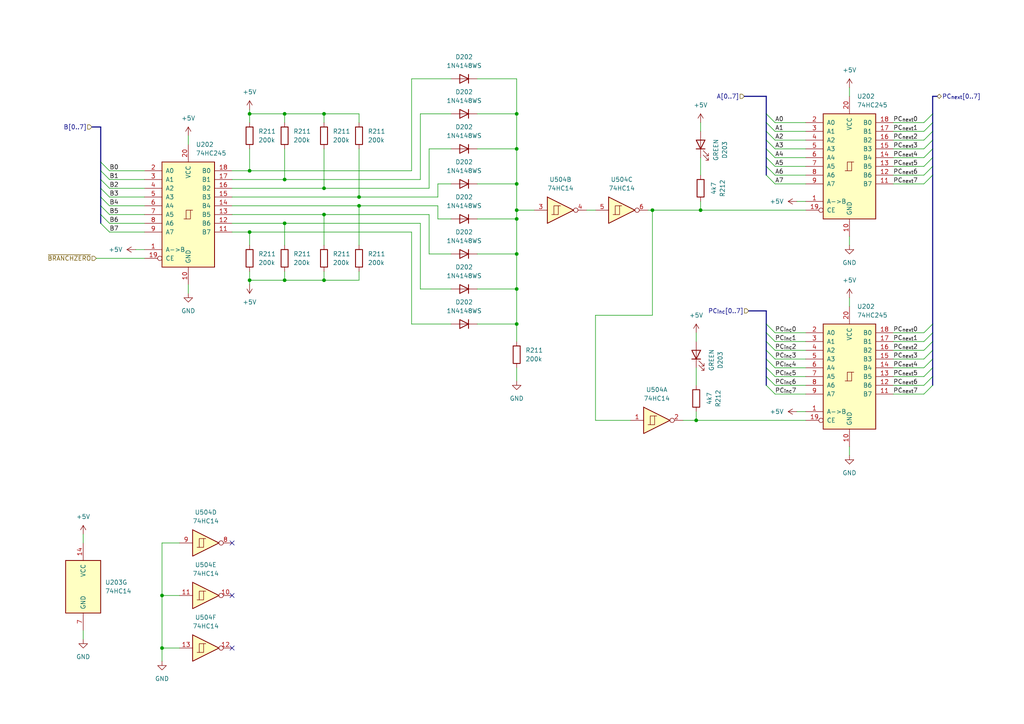
<source format=kicad_sch>
(kicad_sch (version 20230121) (generator eeschema)
  (paper "A4")
  (lib_symbols
    (symbol "74xx:74HC14" (pin_names (offset 1.016))
      (property "Reference" "U" (at 0 1.27 0))
      (property "Value" "74HC14" (at 0 -1.27 0))
      (symbol "74HC14_1_0"
        (polyline (pts (xy -3.81 3.81) (xy -3.81 -3.81) (xy 3.81 0) (xy -3.81 3.81)) (stroke (width 0.254)) (fill (type background)))
        (pin input line (at -7.62 0 0) (length 3.81) (name "~") (number "1"))
        (pin output inverted (at 7.62 0 180) (length 3.81) (name "~") (number "2"))
      )
      (symbol "74HC14_1_1"
        (polyline (pts (xy -1.905 -1.27) (xy -1.905 1.27) (xy -0.635 1.27)))
        (polyline (pts (xy -2.54 -1.27) (xy -0.635 -1.27) (xy -0.635 1.27) (xy 0 1.27)))
      )
      (symbol "74HC14_2_0"
        (polyline (pts (xy -3.81 3.81) (xy -3.81 -3.81) (xy 3.81 0) (xy -3.81 3.81)) (stroke (width 0.254)) (fill (type background)))
        (pin input line (at -7.62 0 0) (length 3.81) (name "~") (number "3"))
        (pin output inverted (at 7.62 0 180) (length 3.81) (name "~") (number "4"))
      )
      (symbol "74HC14_2_1"
        (polyline (pts (xy -1.905 -1.27) (xy -1.905 1.27) (xy -0.635 1.27)))
        (polyline (pts (xy -2.54 -1.27) (xy -0.635 -1.27) (xy -0.635 1.27) (xy 0 1.27)))
      )
      (symbol "74HC14_3_0"
        (polyline (pts (xy -3.81 3.81) (xy -3.81 -3.81) (xy 3.81 0) (xy -3.81 3.81)) (stroke (width 0.254)) (fill (type background)))
        (pin input line (at -7.62 0 0) (length 3.81) (name "~") (number "5"))
        (pin output inverted (at 7.62 0 180) (length 3.81) (name "~") (number "6"))
      )
      (symbol "74HC14_3_1"
        (polyline (pts (xy -1.905 -1.27) (xy -1.905 1.27) (xy -0.635 1.27)))
        (polyline (pts (xy -2.54 -1.27) (xy -0.635 -1.27) (xy -0.635 1.27) (xy 0 1.27)))
      )
      (symbol "74HC14_4_0"
        (polyline (pts (xy -3.81 3.81) (xy -3.81 -3.81) (xy 3.81 0) (xy -3.81 3.81)) (stroke (width 0.254)) (fill (type background)))
        (pin output inverted (at 7.62 0 180) (length 3.81) (name "~") (number "8"))
        (pin input line (at -7.62 0 0) (length 3.81) (name "~") (number "9"))
      )
      (symbol "74HC14_4_1"
        (polyline (pts (xy -1.905 -1.27) (xy -1.905 1.27) (xy -0.635 1.27)))
        (polyline (pts (xy -2.54 -1.27) (xy -0.635 -1.27) (xy -0.635 1.27) (xy 0 1.27)))
      )
      (symbol "74HC14_5_0"
        (polyline (pts (xy -3.81 3.81) (xy -3.81 -3.81) (xy 3.81 0) (xy -3.81 3.81)) (stroke (width 0.254)) (fill (type background)))
        (pin output inverted (at 7.62 0 180) (length 3.81) (name "~") (number "10"))
        (pin input line (at -7.62 0 0) (length 3.81) (name "~") (number "11"))
      )
      (symbol "74HC14_5_1"
        (polyline (pts (xy -1.905 -1.27) (xy -1.905 1.27) (xy -0.635 1.27)))
        (polyline (pts (xy -2.54 -1.27) (xy -0.635 -1.27) (xy -0.635 1.27) (xy 0 1.27)))
      )
      (symbol "74HC14_6_0"
        (polyline (pts (xy -3.81 3.81) (xy -3.81 -3.81) (xy 3.81 0) (xy -3.81 3.81)) (stroke (width 0.254)) (fill (type background)))
        (pin output inverted (at 7.62 0 180) (length 3.81) (name "~") (number "12"))
        (pin input line (at -7.62 0 0) (length 3.81) (name "~") (number "13"))
      )
      (symbol "74HC14_6_1"
        (polyline (pts (xy -1.905 -1.27) (xy -1.905 1.27) (xy -0.635 1.27)))
        (polyline (pts (xy -2.54 -1.27) (xy -0.635 -1.27) (xy -0.635 1.27) (xy 0 1.27)))
      )
      (symbol "74HC14_7_0"
        (pin power_in line (at 0 12.7 270) (length 5.08) (name "VCC") (number "14"))
        (pin power_in line (at 0 -12.7 90) (length 5.08) (name "GND") (number "7"))
      )
      (symbol "74HC14_7_1"
        (rectangle (start -5.08 7.62) (end 5.08 -7.62) (stroke (width 0.254)) (fill (type background)))
      )
    )
    (symbol "74xx:74HC245" (pin_names (offset 1.016))
      (property "Reference" "U" (at -7.62 16.51 0))
      (property "Value" "74HC245" (at -7.62 -16.51 0))
      (symbol "74HC245_1_0"
        (polyline (pts (xy -0.635 -1.27) (xy -0.635 1.27) (xy 0.635 1.27)))
        (polyline (pts (xy -1.27 -1.27) (xy 0.635 -1.27) (xy 0.635 1.27) (xy 1.27 1.27)))
        (pin input line (at -12.7 -10.16 0) (length 5.08) (name "A->B") (number "1"))
        (pin power_in line (at 0 -20.32 90) (length 5.08) (name "GND") (number "10"))
        (pin tri_state line (at 12.7 -5.08 180) (length 5.08) (name "B7") (number "11"))
        (pin tri_state line (at 12.7 -2.54 180) (length 5.08) (name "B6") (number "12"))
        (pin tri_state line (at 12.7 0 180) (length 5.08) (name "B5") (number "13"))
        (pin tri_state line (at 12.7 2.54 180) (length 5.08) (name "B4") (number "14"))
        (pin tri_state line (at 12.7 5.08 180) (length 5.08) (name "B3") (number "15"))
        (pin tri_state line (at 12.7 7.62 180) (length 5.08) (name "B2") (number "16"))
        (pin tri_state line (at 12.7 10.16 180) (length 5.08) (name "B1") (number "17"))
        (pin tri_state line (at 12.7 12.7 180) (length 5.08) (name "B0") (number "18"))
        (pin input inverted (at -12.7 -12.7 0) (length 5.08) (name "CE") (number "19"))
        (pin tri_state line (at -12.7 12.7 0) (length 5.08) (name "A0") (number "2"))
        (pin power_in line (at 0 20.32 270) (length 5.08) (name "VCC") (number "20"))
        (pin tri_state line (at -12.7 10.16 0) (length 5.08) (name "A1") (number "3"))
        (pin tri_state line (at -12.7 7.62 0) (length 5.08) (name "A2") (number "4"))
        (pin tri_state line (at -12.7 5.08 0) (length 5.08) (name "A3") (number "5"))
        (pin tri_state line (at -12.7 2.54 0) (length 5.08) (name "A4") (number "6"))
        (pin tri_state line (at -12.7 0 0) (length 5.08) (name "A5") (number "7"))
        (pin tri_state line (at -12.7 -2.54 0) (length 5.08) (name "A6") (number "8"))
        (pin tri_state line (at -12.7 -5.08 0) (length 5.08) (name "A7") (number "9"))
      )
      (symbol "74HC245_1_1"
        (rectangle (start -7.62 15.24) (end 7.62 -15.24) (stroke (width 0.254)) (fill (type background)))
      )
    )
    (symbol "Device:D" (pin_numbers hide) (pin_names (offset 1.016) hide)
      (property "Reference" "D" (at 0 2.54 0))
      (property "Value" "D" (at 0 -2.54 0))
      (symbol "D_0_1"
        (polyline (pts (xy -1.27 1.27) (xy -1.27 -1.27)) (stroke (width 0.254)))
        (polyline (pts (xy 1.27 0) (xy -1.27 0)))
        (polyline (pts (xy 1.27 1.27) (xy 1.27 -1.27) (xy -1.27 0) (xy 1.27 1.27)) (stroke (width 0.254)))
      )
      (symbol "D_1_1"
        (pin passive line (at -3.81 0 0) (length 2.54) (name "K") (number "1"))
        (pin passive line (at 3.81 0 180) (length 2.54) (name "A") (number "2"))
      )
    )
    (symbol "Device:LED" (pin_numbers hide) (pin_names (offset 1.016) hide)
      (property "Reference" "D" (at 0 2.54 0))
      (property "Value" "LED" (at 0 -2.54 0))
      (symbol "LED_0_1"
        (polyline (pts (xy -1.27 -1.27) (xy -1.27 1.27)) (stroke (width 0.254)))
        (polyline (pts (xy -1.27 0) (xy 1.27 0)))
        (polyline (pts (xy 1.27 -1.27) (xy 1.27 1.27) (xy -1.27 0) (xy 1.27 -1.27)) (stroke (width 0.254)))
        (polyline (pts (xy -3.048 -0.762) (xy -4.572 -2.286) (xy -3.81 -2.286) (xy -4.572 -2.286) (xy -4.572 -1.524)))
        (polyline (pts (xy -1.778 -0.762) (xy -3.302 -2.286) (xy -2.54 -2.286) (xy -3.302 -2.286) (xy -3.302 -1.524)))
      )
      (symbol "LED_1_1"
        (pin passive line (at -3.81 0 0) (length 2.54) (name "K") (number "1"))
        (pin passive line (at 3.81 0 180) (length 2.54) (name "A") (number "2"))
      )
    )
    (symbol "Device:R" (pin_numbers hide) (pin_names (offset 0))
      (property "Reference" "R" (at 2.032 0 90))
      (property "Value" "R" (at 0 0 90))
      (symbol "R_0_1"
        (rectangle (start -1.016 -2.54) (end 1.016 2.54) (stroke (width 0.254)))
      )
      (symbol "R_1_1"
        (pin passive line (at 0 3.81 270) (length 1.27) (name "~") (number "1"))
        (pin passive line (at 0 -3.81 90) (length 1.27) (name "~") (number "2"))
      )
    )
    (symbol "power:+5V" (power) (pin_names (offset 0))
      (property "Value" "+5V" (at 0 3.556 0))
      (symbol "+5V_0_1"
        (polyline (pts (xy -0.762 1.27) (xy 0 2.54)))
        (polyline (pts (xy 0 0) (xy 0 2.54)))
        (polyline (pts (xy 0 2.54) (xy 0.762 1.27)))
      )
      (symbol "+5V_1_1"
        (pin power_in line (at 0 0 90) (length 0) hide (name "+5V") (number "1"))
      )
    )
    (symbol "power:GND" (power) (pin_names (offset 0))
      (property "Value" "GND" (at 0 -3.81 0))
      (symbol "GND_0_1"
        (polyline (pts (xy 0 0) (xy 0 -1.27) (xy 1.27 -1.27) (xy 0 -2.54) (xy -1.27 -1.27) (xy 0 -1.27)))
      )
      (symbol "GND_1_1"
        (pin power_in line (at 0 0 270) (length 0) hide (name "GND") (number "1"))
      )
    )
  )
  (junction (at 82.55 52.07))
  (junction (at 82.55 81.28))
  (junction (at 149.86 73.66))
  (junction (at 149.86 53.34))
  (junction (at 189.23 60.96))
  (junction (at 72.39 67.31))
  (junction (at 149.86 60.96))
  (junction (at 72.39 49.53))
  (junction (at 72.39 33.02))
  (junction (at 149.86 63.5))
  (junction (at 149.86 43.18))
  (junction (at 149.86 33.02))
  (junction (at 82.55 64.77))
  (junction (at 72.39 81.28))
  (junction (at 46.99 187.96))
  (junction (at 149.86 83.82))
  (junction (at 203.2 60.96))
  (junction (at 46.99 172.72))
  (junction (at 82.55 33.02))
  (junction (at 93.98 62.23))
  (junction (at 104.14 57.15))
  (junction (at 93.98 54.61))
  (junction (at 149.86 93.98))
  (junction (at 93.98 81.28))
  (junction (at 201.93 121.92))
  (junction (at 104.14 59.69))
  (junction (at 93.98 33.02))
  (no_connect (at 67.31 172.72))
  (no_connect (at 67.31 157.48))
  (no_connect (at 67.31 187.96))
  (bus_entry (at 29.21 64.77) (size 2.54 2.54))
  (bus_entry (at 222.25 106.68) (size 2.54 2.54))
  (bus_entry (at 270.51 109.22) (size -2.54 2.54))
  (bus_entry (at 270.51 93.98) (size -2.54 2.54))
  (bus_entry (at 222.25 99.06) (size 2.54 2.54))
  (bus_entry (at 222.25 111.76) (size 2.54 2.54))
  (bus_entry (at 222.25 38.1) (size 2.54 2.54))
  (bus_entry (at 29.21 62.23) (size 2.54 2.54))
  (bus_entry (at 222.25 45.72) (size 2.54 2.54))
  (bus_entry (at 29.21 52.07) (size 2.54 2.54))
  (bus_entry (at 270.51 43.18) (size -2.54 2.54))
  (bus_entry (at 270.51 101.6) (size -2.54 2.54))
  (bus_entry (at 222.25 43.18) (size 2.54 2.54))
  (bus_entry (at 222.25 40.64) (size 2.54 2.54))
  (bus_entry (at 270.51 106.68) (size -2.54 2.54))
  (bus_entry (at 29.21 46.99) (size 2.54 2.54))
  (bus_entry (at 222.25 109.22) (size 2.54 2.54))
  (bus_entry (at 270.51 45.72) (size -2.54 2.54))
  (bus_entry (at 222.25 101.6) (size 2.54 2.54))
  (bus_entry (at 270.51 48.26) (size -2.54 2.54))
  (bus_entry (at 270.51 35.56) (size -2.54 2.54))
  (bus_entry (at 222.25 35.56) (size 2.54 2.54))
  (bus_entry (at 270.51 33.02) (size -2.54 2.54))
  (bus_entry (at 270.51 50.8) (size -2.54 2.54))
  (bus_entry (at 29.21 57.15) (size 2.54 2.54))
  (bus_entry (at 222.25 96.52) (size 2.54 2.54))
  (bus_entry (at 222.25 33.02) (size 2.54 2.54))
  (bus_entry (at 270.51 99.06) (size -2.54 2.54))
  (bus_entry (at 270.51 111.76) (size -2.54 2.54))
  (bus_entry (at 270.51 96.52) (size -2.54 2.54))
  (bus_entry (at 222.25 93.98) (size 2.54 2.54))
  (bus_entry (at 270.51 40.64) (size -2.54 2.54))
  (bus_entry (at 29.21 49.53) (size 2.54 2.54))
  (bus_entry (at 270.51 38.1) (size -2.54 2.54))
  (bus_entry (at 222.25 50.8) (size 2.54 2.54))
  (bus_entry (at 29.21 54.61) (size 2.54 2.54))
  (bus_entry (at 222.25 104.14) (size 2.54 2.54))
  (bus_entry (at 29.21 59.69) (size 2.54 2.54))
  (bus_entry (at 270.51 104.14) (size -2.54 2.54))
  (bus_entry (at 222.25 48.26) (size 2.54 2.54))
  (wire (pts (xy 203.2 60.96) (xy 233.68 60.96)))
  (bus (pts (xy 222.25 109.22) (xy 222.25 111.76)))
  (wire (pts (xy 259.08 43.18) (xy 267.97 43.18)))
  (wire (pts (xy 201.93 106.68) (xy 201.93 111.76)))
  (wire (pts (xy 31.75 57.15) (xy 41.91 57.15)))
  (wire (pts (xy 127 63.5) (xy 130.81 63.5)))
  (wire (pts (xy 121.92 52.07) (xy 121.92 33.02)))
  (bus (pts (xy 222.25 35.56) (xy 222.25 38.1)))
  (wire (pts (xy 189.23 60.96) (xy 189.23 91.44)))
  (wire (pts (xy 138.43 43.18) (xy 149.86 43.18)))
  (wire (pts (xy 31.75 64.77) (xy 41.91 64.77)))
  (wire (pts (xy 31.75 62.23) (xy 41.91 62.23)))
  (bus (pts (xy 222.25 96.52) (xy 222.25 99.06)))
  (wire (pts (xy 224.79 45.72) (xy 233.68 45.72)))
  (wire (pts (xy 104.14 57.15) (xy 127 57.15)))
  (wire (pts (xy 201.93 119.38) (xy 201.93 121.92)))
  (wire (pts (xy 67.31 52.07) (xy 82.55 52.07)))
  (bus (pts (xy 270.51 96.52) (xy 270.51 99.06)))
  (wire (pts (xy 54.61 82.55) (xy 54.61 85.09)))
  (wire (pts (xy 31.75 67.31) (xy 41.91 67.31)))
  (wire (pts (xy 172.72 91.44) (xy 172.72 121.92)))
  (wire (pts (xy 138.43 63.5) (xy 149.86 63.5)))
  (wire (pts (xy 149.86 60.96) (xy 149.86 63.5)))
  (bus (pts (xy 29.21 46.99) (xy 29.21 49.53)))
  (wire (pts (xy 149.86 83.82) (xy 149.86 93.98)))
  (wire (pts (xy 259.08 99.06) (xy 267.97 99.06)))
  (bus (pts (xy 271.78 27.94) (xy 270.51 27.94)))
  (wire (pts (xy 224.79 106.68) (xy 233.68 106.68)))
  (wire (pts (xy 67.31 67.31) (xy 72.39 67.31)))
  (wire (pts (xy 72.39 49.53) (xy 72.39 43.18)))
  (wire (pts (xy 46.99 172.72) (xy 52.07 172.72)))
  (bus (pts (xy 29.21 36.83) (xy 29.21 46.99)))
  (wire (pts (xy 224.79 104.14) (xy 233.68 104.14)))
  (wire (pts (xy 31.75 52.07) (xy 41.91 52.07)))
  (wire (pts (xy 82.55 78.74) (xy 82.55 81.28)))
  (wire (pts (xy 149.86 43.18) (xy 149.86 33.02)))
  (bus (pts (xy 29.21 54.61) (xy 29.21 57.15)))
  (wire (pts (xy 104.14 33.02) (xy 104.14 35.56)))
  (bus (pts (xy 270.51 38.1) (xy 270.51 40.64)))
  (wire (pts (xy 198.12 121.92) (xy 201.93 121.92)))
  (wire (pts (xy 149.86 73.66) (xy 149.86 63.5)))
  (wire (pts (xy 138.43 33.02) (xy 149.86 33.02)))
  (wire (pts (xy 72.39 33.02) (xy 72.39 35.56)))
  (wire (pts (xy 259.08 96.52) (xy 267.97 96.52)))
  (wire (pts (xy 224.79 43.18) (xy 233.68 43.18)))
  (wire (pts (xy 67.31 59.69) (xy 104.14 59.69)))
  (wire (pts (xy 67.31 64.77) (xy 82.55 64.77)))
  (wire (pts (xy 231.14 119.38) (xy 233.68 119.38)))
  (wire (pts (xy 104.14 59.69) (xy 104.14 71.12)))
  (wire (pts (xy 104.14 81.28) (xy 104.14 78.74)))
  (wire (pts (xy 31.75 49.53) (xy 41.91 49.53)))
  (bus (pts (xy 217.17 90.17) (xy 222.25 90.17)))
  (bus (pts (xy 270.51 35.56) (xy 270.51 38.1)))
  (wire (pts (xy 259.08 101.6) (xy 267.97 101.6)))
  (wire (pts (xy 82.55 33.02) (xy 93.98 33.02)))
  (wire (pts (xy 189.23 91.44) (xy 172.72 91.44)))
  (wire (pts (xy 224.79 99.06) (xy 233.68 99.06)))
  (wire (pts (xy 82.55 64.77) (xy 82.55 71.12)))
  (wire (pts (xy 67.31 57.15) (xy 104.14 57.15)))
  (wire (pts (xy 224.79 38.1) (xy 233.68 38.1)))
  (wire (pts (xy 119.38 93.98) (xy 130.81 93.98)))
  (wire (pts (xy 170.18 60.96) (xy 172.72 60.96)))
  (wire (pts (xy 203.2 45.72) (xy 203.2 50.8)))
  (wire (pts (xy 67.31 49.53) (xy 72.39 49.53)))
  (bus (pts (xy 29.21 49.53) (xy 29.21 52.07)))
  (bus (pts (xy 222.25 27.94) (xy 222.25 33.02)))
  (bus (pts (xy 270.51 45.72) (xy 270.51 48.26)))
  (wire (pts (xy 93.98 33.02) (xy 104.14 33.02)))
  (wire (pts (xy 246.38 86.36) (xy 246.38 88.9)))
  (bus (pts (xy 26.67 36.83) (xy 29.21 36.83)))
  (bus (pts (xy 29.21 59.69) (xy 29.21 62.23)))
  (wire (pts (xy 93.98 78.74) (xy 93.98 81.28)))
  (bus (pts (xy 222.25 33.02) (xy 222.25 35.56)))
  (wire (pts (xy 119.38 22.86) (xy 130.81 22.86)))
  (wire (pts (xy 189.23 60.96) (xy 203.2 60.96)))
  (wire (pts (xy 259.08 114.3) (xy 267.97 114.3)))
  (wire (pts (xy 104.14 59.69) (xy 127 59.69)))
  (bus (pts (xy 270.51 50.8) (xy 270.51 93.98)))
  (wire (pts (xy 259.08 111.76) (xy 267.97 111.76)))
  (wire (pts (xy 46.99 187.96) (xy 46.99 172.72)))
  (wire (pts (xy 24.13 182.88) (xy 24.13 185.42)))
  (wire (pts (xy 72.39 78.74) (xy 72.39 81.28)))
  (bus (pts (xy 222.25 101.6) (xy 222.25 104.14)))
  (wire (pts (xy 259.08 45.72) (xy 267.97 45.72)))
  (wire (pts (xy 93.98 62.23) (xy 93.98 71.12)))
  (bus (pts (xy 270.51 109.22) (xy 270.51 111.76)))
  (bus (pts (xy 270.51 43.18) (xy 270.51 45.72)))
  (wire (pts (xy 224.79 53.34) (xy 233.68 53.34)))
  (wire (pts (xy 127 59.69) (xy 127 63.5)))
  (wire (pts (xy 72.39 33.02) (xy 82.55 33.02)))
  (wire (pts (xy 259.08 48.26) (xy 267.97 48.26)))
  (wire (pts (xy 82.55 52.07) (xy 121.92 52.07)))
  (wire (pts (xy 82.55 64.77) (xy 121.92 64.77)))
  (wire (pts (xy 259.08 50.8) (xy 267.97 50.8)))
  (wire (pts (xy 224.79 109.22) (xy 233.68 109.22)))
  (bus (pts (xy 222.25 43.18) (xy 222.25 45.72)))
  (wire (pts (xy 93.98 33.02) (xy 93.98 35.56)))
  (bus (pts (xy 222.25 99.06) (xy 222.25 101.6)))
  (wire (pts (xy 27.94 74.93) (xy 41.91 74.93)))
  (wire (pts (xy 67.31 62.23) (xy 93.98 62.23)))
  (bus (pts (xy 29.21 62.23) (xy 29.21 64.77)))
  (wire (pts (xy 121.92 83.82) (xy 130.81 83.82)))
  (wire (pts (xy 31.75 54.61) (xy 41.91 54.61)))
  (wire (pts (xy 149.86 60.96) (xy 154.94 60.96)))
  (wire (pts (xy 259.08 40.64) (xy 267.97 40.64)))
  (wire (pts (xy 31.75 59.69) (xy 41.91 59.69)))
  (wire (pts (xy 259.08 104.14) (xy 267.97 104.14)))
  (wire (pts (xy 149.86 33.02) (xy 149.86 22.86)))
  (wire (pts (xy 138.43 53.34) (xy 149.86 53.34)))
  (wire (pts (xy 149.86 53.34) (xy 149.86 43.18)))
  (wire (pts (xy 246.38 68.58) (xy 246.38 71.12)))
  (wire (pts (xy 259.08 53.34) (xy 267.97 53.34)))
  (wire (pts (xy 39.37 72.39) (xy 41.91 72.39)))
  (bus (pts (xy 270.51 33.02) (xy 270.51 35.56)))
  (wire (pts (xy 67.31 54.61) (xy 93.98 54.61)))
  (wire (pts (xy 46.99 157.48) (xy 52.07 157.48)))
  (wire (pts (xy 82.55 52.07) (xy 82.55 43.18)))
  (wire (pts (xy 121.92 33.02) (xy 130.81 33.02)))
  (wire (pts (xy 72.39 67.31) (xy 72.39 71.12)))
  (bus (pts (xy 222.25 104.14) (xy 222.25 106.68)))
  (bus (pts (xy 270.51 101.6) (xy 270.51 104.14)))
  (wire (pts (xy 72.39 67.31) (xy 119.38 67.31)))
  (wire (pts (xy 127 57.15) (xy 127 53.34)))
  (wire (pts (xy 72.39 49.53) (xy 119.38 49.53)))
  (wire (pts (xy 246.38 129.54) (xy 246.38 132.08)))
  (wire (pts (xy 149.86 93.98) (xy 149.86 99.06)))
  (wire (pts (xy 259.08 106.68) (xy 267.97 106.68)))
  (wire (pts (xy 149.86 22.86) (xy 138.43 22.86)))
  (wire (pts (xy 119.38 49.53) (xy 119.38 22.86)))
  (bus (pts (xy 222.25 45.72) (xy 222.25 48.26)))
  (wire (pts (xy 46.99 191.77) (xy 46.99 187.96)))
  (wire (pts (xy 54.61 39.37) (xy 54.61 41.91)))
  (wire (pts (xy 187.96 60.96) (xy 189.23 60.96)))
  (wire (pts (xy 149.86 106.68) (xy 149.86 110.49)))
  (bus (pts (xy 270.51 27.94) (xy 270.51 33.02)))
  (bus (pts (xy 222.25 93.98) (xy 222.25 96.52)))
  (wire (pts (xy 259.08 38.1) (xy 267.97 38.1)))
  (wire (pts (xy 124.46 62.23) (xy 124.46 73.66)))
  (wire (pts (xy 93.98 62.23) (xy 124.46 62.23)))
  (wire (pts (xy 149.86 83.82) (xy 149.86 73.66)))
  (bus (pts (xy 270.51 48.26) (xy 270.51 50.8)))
  (wire (pts (xy 231.14 58.42) (xy 233.68 58.42)))
  (wire (pts (xy 119.38 67.31) (xy 119.38 93.98)))
  (wire (pts (xy 138.43 83.82) (xy 149.86 83.82)))
  (wire (pts (xy 259.08 109.22) (xy 267.97 109.22)))
  (bus (pts (xy 222.25 90.17) (xy 222.25 93.98)))
  (wire (pts (xy 46.99 187.96) (xy 52.07 187.96)))
  (wire (pts (xy 149.86 53.34) (xy 149.86 60.96)))
  (wire (pts (xy 203.2 35.56) (xy 203.2 38.1)))
  (bus (pts (xy 270.51 104.14) (xy 270.51 106.68)))
  (wire (pts (xy 93.98 54.61) (xy 93.98 43.18)))
  (wire (pts (xy 124.46 54.61) (xy 124.46 43.18)))
  (wire (pts (xy 124.46 43.18) (xy 130.81 43.18)))
  (bus (pts (xy 215.9 27.94) (xy 222.25 27.94)))
  (wire (pts (xy 124.46 73.66) (xy 130.81 73.66)))
  (wire (pts (xy 104.14 57.15) (xy 104.14 43.18)))
  (wire (pts (xy 224.79 101.6) (xy 233.68 101.6)))
  (bus (pts (xy 222.25 38.1) (xy 222.25 40.64)))
  (bus (pts (xy 29.21 52.07) (xy 29.21 54.61)))
  (wire (pts (xy 259.08 35.56) (xy 267.97 35.56)))
  (wire (pts (xy 224.79 111.76) (xy 233.68 111.76)))
  (wire (pts (xy 224.79 114.3) (xy 233.68 114.3)))
  (wire (pts (xy 246.38 25.4) (xy 246.38 27.94)))
  (wire (pts (xy 82.55 33.02) (xy 82.55 35.56)))
  (bus (pts (xy 270.51 99.06) (xy 270.51 101.6)))
  (wire (pts (xy 138.43 73.66) (xy 149.86 73.66)))
  (bus (pts (xy 270.51 40.64) (xy 270.51 43.18)))
  (wire (pts (xy 201.93 96.52) (xy 201.93 99.06)))
  (wire (pts (xy 82.55 81.28) (xy 93.98 81.28)))
  (wire (pts (xy 93.98 54.61) (xy 124.46 54.61)))
  (wire (pts (xy 72.39 81.28) (xy 72.39 82.55)))
  (wire (pts (xy 121.92 64.77) (xy 121.92 83.82)))
  (wire (pts (xy 24.13 154.94) (xy 24.13 157.48)))
  (bus (pts (xy 270.51 106.68) (xy 270.51 109.22)))
  (wire (pts (xy 224.79 40.64) (xy 233.68 40.64)))
  (bus (pts (xy 222.25 40.64) (xy 222.25 43.18)))
  (wire (pts (xy 182.88 121.92) (xy 172.72 121.92)))
  (wire (pts (xy 46.99 172.72) (xy 46.99 157.48)))
  (bus (pts (xy 29.21 57.15) (xy 29.21 59.69)))
  (bus (pts (xy 222.25 48.26) (xy 222.25 50.8)))
  (bus (pts (xy 270.51 93.98) (xy 270.51 96.52)))
  (wire (pts (xy 127 53.34) (xy 130.81 53.34)))
  (wire (pts (xy 224.79 35.56) (xy 233.68 35.56)))
  (wire (pts (xy 72.39 31.75) (xy 72.39 33.02)))
  (wire (pts (xy 201.93 121.92) (xy 233.68 121.92)))
  (wire (pts (xy 93.98 81.28) (xy 104.14 81.28)))
  (wire (pts (xy 72.39 81.28) (xy 82.55 81.28)))
  (bus (pts (xy 222.25 106.68) (xy 222.25 109.22)))
  (wire (pts (xy 203.2 58.42) (xy 203.2 60.96)))
  (wire (pts (xy 224.79 50.8) (xy 233.68 50.8)))
  (wire (pts (xy 138.43 93.98) (xy 149.86 93.98)))
  (wire (pts (xy 224.79 96.52) (xy 233.68 96.52)))
  (wire (pts (xy 224.79 48.26) (xy 233.68 48.26)))
  (label "PC_{inc}2" (at 224.79 101.6 0))
  (label "B4" (at 31.75 59.69 0))
  (label "PC_{next}0" (at 259.08 35.56 0))
  (label "PC_{inc}1" (at 224.79 99.06 0))
  (label "B3" (at 31.75 57.15 0))
  (label "PC_{inc}4" (at 224.79 106.68 0))
  (label "PC_{next}3" (at 259.08 104.14 0))
  (label "B6" (at 31.75 64.77 0))
  (label "B2" (at 31.75 54.61 0))
  (label "PC_{next}4" (at 259.08 106.68 0))
  (label "A5" (at 224.79 48.26 0))
  (label "PC_{inc}7" (at 224.79 114.3 0))
  (label "PC_{inc}6" (at 224.79 111.76 0))
  (label "PC_{next}6" (at 259.08 50.8 0))
  (label "PC_{inc}0" (at 224.79 96.52 0))
  (label "PC_{next}1" (at 259.08 99.06 0))
  (label "PC_{next}4" (at 259.08 45.72 0))
  (label "PC_{next}7" (at 259.08 114.3 0))
  (label "PC_{next}7" (at 259.08 53.34 0))
  (label "A0" (at 224.79 35.56 0))
  (label "A1" (at 224.79 38.1 0))
  (label "PC_{next}3" (at 259.08 43.18 0))
  (label "A2" (at 224.79 40.64 0))
  (label "A7" (at 224.79 53.34 0))
  (label "B5" (at 31.75 62.23 0))
  (label "B1" (at 31.75 52.07 0))
  (label "PC_{inc}3" (at 224.79 104.14 0))
  (label "A4" (at 224.79 45.72 0))
  (label "B7" (at 31.75 67.31 0))
  (label "B0" (at 31.75 49.53 0))
  (label "PC_{next}5" (at 259.08 48.26 0))
  (label "PC_{next}1" (at 259.08 38.1 0))
  (label "A6" (at 224.79 50.8 0))
  (label "PC_{next}2" (at 259.08 40.64 0))
  (label "PC_{next}6" (at 259.08 111.76 0))
  (label "PC_{next}0" (at 259.08 96.52 0))
  (label "A3" (at 224.79 43.18 0))
  (label "PC_{next}5" (at 259.08 109.22 0))
  (label "PC_{next}2" (at 259.08 101.6 0))
  (label "PC_{inc}5" (at 224.79 109.22 0))
  (hierarchical_label "~{BRANCHZERO}" (shape input) (at 27.94 74.93 180))
  (hierarchical_label "PC_{next}[0..7]" (shape tri_state) (at 271.78 27.94 0))
  (hierarchical_label "PC_{inc}[0..7]" (shape input) (at 217.17 90.17 180))
  (hierarchical_label "A[0..7]" (shape input) (at 215.9 27.94 180))
  (hierarchical_label "B[0..7]" (shape input) (at 26.67 36.83 180))
  (symbol (lib_id "power:+5V") (at 201.93 96.52 0) (unit 1)
    (property "Reference" "#PWR0517" (effects hide))
    (property "Value" "+5V" (at 201.93 91.44 0))
  )
  (symbol (lib_id "74xx:74HC14") (at 59.69 187.96 0) (unit 6)
    (property "Reference" "U504" (at 59.69 179.07 0))
    (property "Value" "74HC14" (at 59.69 181.61 0))
    (property "Datasheet" "http://www.ti.com/lit/gpn/sn74HC14" (effects hide))
  )
  (symbol (lib_id "Device:R") (at 82.55 39.37 0) (unit 1)
    (property "Reference" "R211" (at 85.09 38.1 0) (effects (justify left)))
    (property "Value" "200k" (at 85.09 40.64 0) (effects (justify left)))
    (property "Footprint" "Resistor_SMD:R_0402_1005Metric" (effects hide))
    (property "Datasheet" "https://datasheet.lcsc.com/lcsc/2206010100_UNI-ROYAL-Uniroyal-Elec-0402WGF2003TCE_C25764.pdf" (effects hide))
    (property "LCSC" " C25764" (effects hide))
    (instances (project "Simple Program Counter" (path "" (reference "R211") (unit 1)) (path "" (reference "R409") (unit 1)) (path "" (reference "R502") (unit 1))))
  )
  (symbol (lib_id "power:GND") (at 149.86 110.49 0) (unit 1)
    (property "Reference" "#PWR0512" (effects hide))
    (property "Value" "GND" (at 149.86 115.57 0))
  )
  (symbol (lib_id "Device:R") (at 72.39 74.93 0) (unit 1)
    (property "Reference" "R211" (at 74.93 73.66 0) (effects (justify left)))
    (property "Value" "200k" (at 74.93 76.2 0) (effects (justify left)))
    (property "Footprint" "Resistor_SMD:R_0402_1005Metric" (effects hide))
    (property "Datasheet" "https://datasheet.lcsc.com/lcsc/2206010100_UNI-ROYAL-Uniroyal-Elec-0402WGF2003TCE_C25764.pdf" (effects hide))
    (property "LCSC" " C25764" (effects hide))
    (instances (project "Simple Program Counter" (path "" (reference "R211") (unit 1)) (path "" (reference "R409") (unit 1)) (path "" (reference "R505") (unit 1))))
  )
  (symbol (lib_id "74xx:74HC245") (at 246.38 48.26 0) (unit 1)
    (property "Reference" "U202" (at 248.5741 27.94 0) (effects (justify left)))
    (property "Value" "74HC245" (at 248.5741 30.48 0) (effects (justify left)))
    (property "Footprint" "Package_SO:SOIC-20W_7.5x12.8mm_P1.27mm" (effects hide))
    (property "Datasheet" "http://www.ti.com/lit/gpn/sn74HC245" (effects hide))
    (property "LCSC" "C5625" (effects hide))
    (instances (project "Simple Program Counter" (path "" (reference "U202") (unit 1)) (path "" (reference "U402") (unit 1)) (path "" (reference "U502") (unit 1))))
  )
  (symbol (lib_id "power:+5V") (at 246.38 86.36 0) (unit 1)
    (property "Reference" "#PWR0501" (effects hide))
    (property "Value" "+5V" (at 246.38 81.28 0))
  )
  (symbol (lib_id "74xx:74HC14") (at 180.34 60.96 0) (unit 3)
    (property "Reference" "U504" (at 180.34 52.07 0))
    (property "Value" "74HC14" (at 180.34 54.61 0))
    (property "Datasheet" "http://www.ti.com/lit/gpn/sn74HC14" (effects hide))
  )
  (symbol (lib_id "Device:R") (at 93.98 74.93 0) (unit 1)
    (property "Reference" "R211" (at 96.52 73.66 0) (effects (justify left)))
    (property "Value" "200k" (at 96.52 76.2 0) (effects (justify left)))
    (property "Footprint" "Resistor_SMD:R_0402_1005Metric" (effects hide))
    (property "Datasheet" "https://datasheet.lcsc.com/lcsc/2206010100_UNI-ROYAL-Uniroyal-Elec-0402WGF2003TCE_C25764.pdf" (effects hide))
    (property "LCSC" " C25764" (effects hide))
    (instances (project "Simple Program Counter" (path "" (reference "R211") (unit 1)) (path "" (reference "R409") (unit 1)) (path "" (reference "R507") (unit 1))))
  )
  (symbol (lib_id "power:+5V") (at 72.39 82.55 180) (unit 1)
    (property "Reference" "#PWR0511" (effects hide))
    (property "Value" "+5V" (at 72.39 87.63 0))
  )
  (symbol (lib_id "Device:R") (at 72.39 39.37 0) (unit 1)
    (property "Reference" "R211" (at 74.93 38.1 0) (effects (justify left)))
    (property "Value" "200k" (at 74.93 40.64 0) (effects (justify left)))
    (property "Footprint" "Resistor_SMD:R_0402_1005Metric" (effects hide))
    (property "Datasheet" "https://datasheet.lcsc.com/lcsc/2206010100_UNI-ROYAL-Uniroyal-Elec-0402WGF2003TCE_C25764.pdf" (effects hide))
    (property "LCSC" " C25764" (effects hide))
    (instances (project "Simple Program Counter" (path "" (reference "R211") (unit 1)) (path "" (reference "R409") (unit 1)) (path "" (reference "R501") (unit 1))))
  )
  (symbol (lib_id "74xx:74HC14") (at 162.56 60.96 0) (unit 2)
    (property "Reference" "U504" (at 162.56 52.07 0))
    (property "Value" "74HC14" (at 162.56 54.61 0))
    (property "Datasheet" "http://www.ti.com/lit/gpn/sn74HC14" (effects hide))
  )
  (symbol (lib_id "power:+5V") (at 231.14 58.42 90) (unit 1)
    (property "Reference" "#PWR0505" (effects hide))
    (property "Value" "+5V" (at 227.33 58.42 90) (effects (justify left)))
  )
  (symbol (lib_id "Device:D") (at 134.62 93.98 180) (unit 1)
    (property "Reference" "D202" (at 134.62 87.63 0))
    (property "Value" "1N4148WS" (at 134.62 90.17 0))
    (property "Footprint" "Diode_SMD:D_SOD-323" (effects hide))
    (property "Sim.Device" "D" (effects hide))
    (property "Sim.Pins" "1=K 2=A" (effects hide))
    (property "LCSC" "C2128" (effects hide))
    (instances (project "Simple Program Counter" (path "" (reference "D202") (unit 1)) (path "" (reference "D411") (unit 1)) (path "" (reference "D508") (unit 1))))
  )
  (symbol (lib_id "Device:R") (at 149.86 102.87 0) (unit 1)
    (property "Reference" "R211" (at 152.4 101.6 0) (effects (justify left)))
    (property "Value" "200k" (at 152.4 104.14 0) (effects (justify left)))
    (property "Footprint" "Resistor_SMD:R_0402_1005Metric" (effects hide))
    (property "Datasheet" "https://datasheet.lcsc.com/lcsc/2206010100_UNI-ROYAL-Uniroyal-Elec-0402WGF2003TCE_C25764.pdf" (effects hide))
    (property "LCSC" " C25764" (effects hide))
    (instances (project "Simple Program Counter" (path "" (reference "R211") (unit 1)) (path "" (reference "R409") (unit 1)) (path "" (reference "R509") (unit 1))))
  )
  (symbol (lib_id "power:+5V") (at 72.39 31.75 0) (unit 1)
    (property "Reference" "#PWR0510" (effects hide))
    (property "Value" "+5V" (at 72.39 26.67 0))
  )
  (symbol (lib_id "power:+5V") (at 39.37 72.39 90) (unit 1)
    (property "Reference" "#PWR0508" (effects hide))
    (property "Value" "+5V" (at 35.56 72.39 90) (effects (justify left)))
  )
  (symbol (lib_id "power:GND") (at 246.38 71.12 0) (unit 1)
    (property "Reference" "#PWR0504" (effects hide))
    (property "Value" "GND" (at 246.38 76.2 0))
  )
  (symbol (lib_id "Device:D") (at 134.62 53.34 180) (unit 1)
    (property "Reference" "D202" (at 134.62 46.99 0))
    (property "Value" "1N4148WS" (at 134.62 49.53 0))
    (property "Footprint" "Diode_SMD:D_SOD-323" (effects hide))
    (property "Sim.Device" "D" (effects hide))
    (property "Sim.Pins" "1=K 2=A" (effects hide))
    (property "LCSC" "C2128" (effects hide))
    (instances (project "Simple Program Counter" (path "" (reference "D202") (unit 1)) (path "" (reference "D411") (unit 1)) (path "" (reference "D504") (unit 1))))
  )
  (symbol (lib_id "power:GND") (at 46.99 191.77 0) (unit 1)
    (property "Reference" "#PWR0515" (effects hide))
    (property "Value" "GND" (at 46.99 196.85 0))
  )
  (symbol (lib_id "Device:D") (at 134.62 73.66 180) (unit 1)
    (property "Reference" "D202" (at 134.62 67.31 0))
    (property "Value" "1N4148WS" (at 134.62 69.85 0))
    (property "Footprint" "Diode_SMD:D_SOD-323" (effects hide))
    (property "Sim.Device" "D" (effects hide))
    (property "Sim.Pins" "1=K 2=A" (effects hide))
    (property "LCSC" "C2128" (effects hide))
    (instances (project "Simple Program Counter" (path "" (reference "D202") (unit 1)) (path "" (reference "D411") (unit 1)) (path "" (reference "D506") (unit 1))))
  )
  (symbol (lib_id "power:+5V") (at 54.61 39.37 0) (unit 1)
    (property "Reference" "#PWR0507" (effects hide))
    (property "Value" "+5V" (at 54.61 34.29 0))
  )
  (symbol (lib_id "Device:D") (at 134.62 33.02 180) (unit 1)
    (property "Reference" "D202" (at 134.62 26.67 0))
    (property "Value" "1N4148WS" (at 134.62 29.21 0))
    (property "Footprint" "Diode_SMD:D_SOD-323" (effects hide))
    (property "Sim.Device" "D" (effects hide))
    (property "Sim.Pins" "1=K 2=A" (effects hide))
    (property "LCSC" "C2128" (effects hide))
    (instances (project "Simple Program Counter" (path "" (reference "D202") (unit 1)) (path "" (reference "D411") (unit 1)) (path "" (reference "D501") (unit 1))))
  )
  (symbol (lib_id "Device:D") (at 134.62 22.86 180) (unit 1)
    (property "Reference" "D202" (at 134.62 16.51 0))
    (property "Value" "1N4148WS" (at 134.62 19.05 0))
    (property "Footprint" "Diode_SMD:D_SOD-323" (effects hide))
    (property "Sim.Device" "D" (effects hide))
    (property "Sim.Pins" "1=K 2=A" (effects hide))
    (property "LCSC" "C2128" (effects hide))
    (instances (project "Simple Program Counter" (path "" (reference "D202") (unit 1)) (path "" (reference "D411") (unit 1)) (path "" (reference "D502") (unit 1))))
  )
  (symbol (lib_id "power:+5V") (at 24.13 154.94 0) (unit 1)
    (property "Reference" "#PWR0210" (effects hide))
    (property "Value" "+5V" (at 24.13 149.86 0))
    (instances (project "Simple Program Counter" (path "" (reference "#PWR0210") (unit 1)) (path "" (reference "#PWR0513") (unit 1))))
  )
  (symbol (lib_id "power:GND") (at 24.13 185.42 0) (unit 1)
    (property "Reference" "#PWR0208" (effects hide))
    (property "Value" "GND" (at 24.13 190.5 0))
    (instances (project "Simple Program Counter" (path "" (reference "#PWR0208") (unit 1)) (path "" (reference "#PWR0514") (unit 1))))
  )
  (symbol (lib_id "power:GND") (at 54.61 85.09 0) (unit 1)
    (property "Reference" "#PWR0509" (effects hide))
    (property "Value" "GND" (at 54.61 90.17 0))
  )
  (symbol (lib_id "Device:D") (at 134.62 43.18 180) (unit 1)
    (property "Reference" "D202" (at 134.62 36.83 0))
    (property "Value" "1N4148WS" (at 134.62 39.37 0))
    (property "Footprint" "Diode_SMD:D_SOD-323" (effects hide))
    (property "Sim.Device" "D" (effects hide))
    (property "Sim.Pins" "1=K 2=A" (effects hide))
    (property "LCSC" "C2128" (effects hide))
    (instances (project "Simple Program Counter" (path "" (reference "D202") (unit 1)) (path "" (reference "D411") (unit 1)) (path "" (reference "D503") (unit 1))))
  )
  (symbol (lib_id "Device:R") (at 93.98 39.37 0) (unit 1)
    (property "Reference" "R211" (at 96.52 38.1 0) (effects (justify left)))
    (property "Value" "200k" (at 96.52 40.64 0) (effects (justify left)))
    (property "Footprint" "Resistor_SMD:R_0402_1005Metric" (effects hide))
    (property "Datasheet" "https://datasheet.lcsc.com/lcsc/2206010100_UNI-ROYAL-Uniroyal-Elec-0402WGF2003TCE_C25764.pdf" (effects hide))
    (property "LCSC" " C25764" (effects hide))
    (instances (project "Simple Program Counter" (path "" (reference "R211") (unit 1)) (path "" (reference "R409") (unit 1)) (path "" (reference "R503") (unit 1))))
  )
  (symbol (lib_id "74xx:74HC14") (at 190.5 121.92 0) (unit 1)
    (property "Reference" "U504" (at 190.5 113.03 0))
    (property "Value" "74HC14" (at 190.5 115.57 0))
    (property "Datasheet" "http://www.ti.com/lit/gpn/sn74HC14" (effects hide))
  )
  (symbol (lib_id "power:+5V") (at 231.14 119.38 90) (unit 1)
    (property "Reference" "#PWR0502" (effects hide))
    (property "Value" "+5V" (at 227.33 119.38 90) (effects (justify left)))
  )
  (symbol (lib_id "power:+5V") (at 246.38 25.4 0) (unit 1)
    (property "Reference" "#PWR0506" (effects hide))
    (property "Value" "+5V" (at 246.38 20.32 0))
  )
  (symbol (lib_id "Device:R") (at 201.93 115.57 180) (unit 1)
    (property "Reference" "R212" (at 208.28 115.57 90))
    (property "Value" "4k7" (at 205.74 115.57 90))
    (property "Footprint" "Resistor_SMD:R_0603_1608Metric" (effects hide))
    (property "Datasheet" "https://datasheet.lcsc.com/lcsc/2206010116_UNI-ROYAL-Uniroyal-Elec-0603WAF4701T5E_C23162.pdf" (effects hide))
    (property "LCSC" "C23162" (effects hide))
    (instances (project "Simple Program Counter" (path "" (reference "R212") (unit 1)) (path "" (reference "R401") (unit 1)) (path "" (reference "R511") (unit 1))) (project "DALU" (path "" (reference "R809") (unit 1))) (project "Register File" (path "" (reference "R501") (unit 1)) (path "" (reference "R301") (unit 1)) (path "" (reference "R401") (unit 1)) (path "" (reference "R801") (unit 1)) (path "" (reference "R901") (unit 1)) (path "" (reference "R601") (unit 1)) (path "" (reference "R201") (unit 1)) (path "" (reference "R701") (unit 1))))
  )
  (symbol (lib_id "74xx:74HC14") (at 24.13 170.18 0) (unit 7)
    (property "Reference" "U203" (at 30.48 168.91 0) (effects (justify left)))
    (property "Value" "74HC14" (at 30.48 171.45 0) (effects (justify left)))
    (property "Footprint" "Package_SO:SOIC-14_3.9x8.7mm_P1.27mm" (effects hide))
    (property "Datasheet" "http://www.ti.com/lit/gpn/sn74HC14" (effects hide))
    (property "LCSC" "C5605" (effects hide))
    (instances (project "Simple Program Counter" (path "" (reference "U203") (unit 7)) (path "" (reference "U504") (unit 7))))
  )
  (symbol (lib_id "Device:LED") (at 201.93 102.87 90) (unit 1)
    (property "Reference" "D203" (at 208.915 104.4575 0))
    (property "Value" "GREEN" (at 206.375 104.4575 0))
    (property "Footprint" "LED_SMD:LED_0603_1608Metric" (effects hide))
    (property "Datasheet" "https://datasheet.lcsc.com/lcsc/1811101510_Everlight-Elec-19-217-GHC-YR1S2-3T_C72043.pdf" (effects hide))
    (property "LCSC" "C72043" (effects hide))
    (instances (project "Simple Program Counter" (path "" (reference "D203") (unit 1)) (path "" (reference "D401") (unit 1)) (path "" (reference "D510") (unit 1))) (project "DALU" (path "" (reference "D801") (unit 1))) (project "Register File" (path "" (reference "D501") (unit 1)) (path "" (reference "D301") (unit 1)) (path "" (reference "D401") (unit 1)) (path "" (reference "D801") (unit 1)) (path "" (reference "D901") (unit 1)) (path "" (reference "D601") (unit 1)) (path "" (reference "D201") (unit 1)) (path "" (reference "D701") (unit 1))))
  )
  (symbol (lib_id "Device:D") (at 134.62 83.82 180) (unit 1)
    (property "Reference" "D202" (at 134.62 77.47 0))
    (property "Value" "1N4148WS" (at 134.62 80.01 0))
    (property "Footprint" "Diode_SMD:D_SOD-323" (effects hide))
    (property "Sim.Device" "D" (effects hide))
    (property "Sim.Pins" "1=K 2=A" (effects hide))
    (property "LCSC" "C2128" (effects hide))
    (instances (project "Simple Program Counter" (path "" (reference "D202") (unit 1)) (path "" (reference "D411") (unit 1)) (path "" (reference "D507") (unit 1))))
  )
  (symbol (lib_id "power:GND") (at 246.38 132.08 0) (unit 1)
    (property "Reference" "#PWR0503" (effects hide))
    (property "Value" "GND" (at 246.38 137.16 0))
  )
  (symbol (lib_id "Device:R") (at 203.2 54.61 180) (unit 1)
    (property "Reference" "R212" (at 209.55 54.61 90))
    (property "Value" "4k7" (at 207.01 54.61 90))
    (property "Footprint" "Resistor_SMD:R_0603_1608Metric" (effects hide))
    (property "Datasheet" "https://datasheet.lcsc.com/lcsc/2206010116_UNI-ROYAL-Uniroyal-Elec-0603WAF4701T5E_C23162.pdf" (effects hide))
    (property "LCSC" "C23162" (effects hide))
    (instances (project "Simple Program Counter" (path "" (reference "R212") (unit 1)) (path "" (reference "R401") (unit 1)) (path "" (reference "R510") (unit 1))) (project "DALU" (path "" (reference "R809") (unit 1))) (project "Register File" (path "" (reference "R501") (unit 1)) (path "" (reference "R301") (unit 1)) (path "" (reference "R401") (unit 1)) (path "" (reference "R801") (unit 1)) (path "" (reference "R901") (unit 1)) (path "" (reference "R601") (unit 1)) (path "" (reference "R201") (unit 1)) (path "" (reference "R701") (unit 1))))
  )
  (symbol (lib_id "power:+5V") (at 203.2 35.56 0) (unit 1)
    (property "Reference" "#PWR0516" (effects hide))
    (property "Value" "+5V" (at 203.2 30.48 0))
  )
  (symbol (lib_id "74xx:74HC245") (at 246.38 109.22 0) (unit 1)
    (property "Reference" "U202" (at 248.5741 88.9 0) (effects (justify left)))
    (property "Value" "74HC245" (at 248.5741 91.44 0) (effects (justify left)))
    (property "Footprint" "Package_SO:SOIC-20W_7.5x12.8mm_P1.27mm" (effects hide))
    (property "Datasheet" "http://www.ti.com/lit/gpn/sn74HC245" (effects hide))
    (property "LCSC" "C5625" (effects hide))
    (instances (project "Simple Program Counter" (path "" (reference "U202") (unit 1)) (path "" (reference "U402") (unit 1)) (path "" (reference "U501") (unit 1))))
  )
  (symbol (lib_id "Device:LED") (at 203.2 41.91 90) (unit 1)
    (property "Reference" "D203" (at 210.185 43.4975 0))
    (property "Value" "GREEN" (at 207.645 43.4975 0))
    (property "Footprint" "LED_SMD:LED_0603_1608Metric" (effects hide))
    (property "Datasheet" "https://datasheet.lcsc.com/lcsc/1811101510_Everlight-Elec-19-217-GHC-YR1S2-3T_C72043.pdf" (effects hide))
    (property "LCSC" "C72043" (effects hide))
    (instances (project "Simple Program Counter" (path "" (reference "D203") (unit 1)) (path "" (reference "D401") (unit 1)) (path "" (reference "D509") (unit 1))) (project "DALU" (path "" (reference "D801") (unit 1))) (project "Register File" (path "" (reference "D501") (unit 1)) (path "" (reference "D301") (unit 1)) (path "" (reference "D401") (unit 1)) (path "" (reference "D801") (unit 1)) (path "" (reference "D901") (unit 1)) (path "" (reference "D601") (unit 1)) (path "" (reference "D201") (unit 1)) (path "" (reference "D701") (unit 1))))
  )
  (symbol (lib_id "Device:R") (at 82.55 74.93 0) (unit 1)
    (property "Reference" "R211" (at 85.09 73.66 0) (effects (justify left)))
    (property "Value" "200k" (at 85.09 76.2 0) (effects (justify left)))
    (property "Footprint" "Resistor_SMD:R_0402_1005Metric" (effects hide))
    (property "Datasheet" "https://datasheet.lcsc.com/lcsc/2206010100_UNI-ROYAL-Uniroyal-Elec-0402WGF2003TCE_C25764.pdf" (effects hide))
    (property "LCSC" " C25764" (effects hide))
    (instances (project "Simple Program Counter" (path "" (reference "R211") (unit 1)) (path "" (reference "R409") (unit 1)) (path "" (reference "R506") (unit 1))))
  )
  (symbol (lib_id "Device:R") (at 104.14 74.93 0) (unit 1)
    (property "Reference" "R211" (at 106.68 73.66 0) (effects (justify left)))
    (property "Value" "200k" (at 106.68 76.2 0) (effects (justify left)))
    (property "Footprint" "Resistor_SMD:R_0402_1005Metric" (effects hide))
    (property "Datasheet" "https://datasheet.lcsc.com/lcsc/2206010100_UNI-ROYAL-Uniroyal-Elec-0402WGF2003TCE_C25764.pdf" (effects hide))
    (property "LCSC" " C25764" (effects hide))
    (instances (project "Simple Program Counter" (path "" (reference "R211") (unit 1)) (path "" (reference "R409") (unit 1)) (path "" (reference "R508") (unit 1))))
  )
  (symbol (lib_id "Device:R") (at 104.14 39.37 0) (unit 1)
    (property "Reference" "R211" (at 106.68 38.1 0) (effects (justify left)))
    (property "Value" "200k" (at 106.68 40.64 0) (effects (justify left)))
    (property "Footprint" "Resistor_SMD:R_0402_1005Metric" (effects hide))
    (property "Datasheet" "https://datasheet.lcsc.com/lcsc/2206010100_UNI-ROYAL-Uniroyal-Elec-0402WGF2003TCE_C25764.pdf" (effects hide))
    (property "LCSC" " C25764" (effects hide))
    (instances (project "Simple Program Counter" (path "" (reference "R211") (unit 1)) (path "" (reference "R409") (unit 1)) (path "" (reference "R504") (unit 1))))
  )
  (symbol (lib_id "Device:D") (at 134.62 63.5 180) (unit 1)
    (property "Reference" "D202" (at 134.62 57.15 0))
    (property "Value" "1N4148WS" (at 134.62 59.69 0))
    (property "Footprint" "Diode_SMD:D_SOD-323" (effects hide))
    (property "Sim.Device" "D" (effects hide))
    (property "Sim.Pins" "1=K 2=A" (effects hide))
    (property "LCSC" "C2128" (effects hide))
    (instances (project "Simple Program Counter" (path "" (reference "D202") (unit 1)) (path "" (reference "D411") (unit 1)) (path "" (reference "D505") (unit 1))))
  )
  (symbol (lib_id "74xx:74HC14") (at 59.69 172.72 0) (unit 5)
    (property "Reference" "U504" (at 59.69 163.83 0))
    (property "Value" "74HC14" (at 59.69 166.37 0))
    (property "Datasheet" "http://www.ti.com/lit/gpn/sn74HC14" (effects hide))
  )
  (symbol (lib_id "74xx:74HC14") (at 59.69 157.48 0) (unit 4)
    (property "Reference" "U504" (at 59.69 148.59 0))
    (property "Value" "74HC14" (at 59.69 151.13 0))
    (property "Datasheet" "http://www.ti.com/lit/gpn/sn74HC14" (effects hide))
  )
  (symbol (lib_id "74xx:74HC245") (at 54.61 62.23 0) (unit 1)
    (property "Reference" "U202" (at 56.8041 41.91 0) (effects (justify left)))
    (property "Value" "74HC245" (at 56.8041 44.45 0) (effects (justify left)))
    (property "Footprint" "Package_SO:SOIC-20W_7.5x12.8mm_P1.27mm" (effects hide))
    (property "Datasheet" "http://www.ti.com/lit/gpn/sn74HC245" (effects hide))
    (property "LCSC" "C5625" (effects hide))
    (instances (project "Simple Program Counter" (path "" (reference "U202") (unit 1)) (path "" (reference "U402") (unit 1)) (path "" (reference "U503") (unit 1))))
  )
)
</source>
